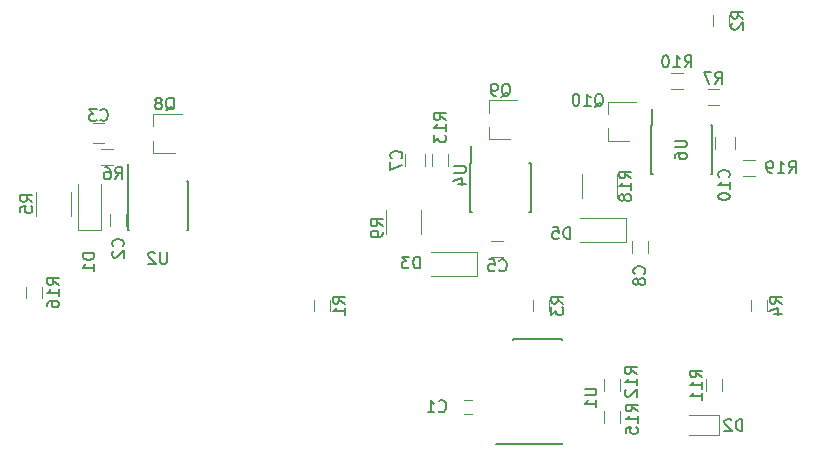
<source format=gbo>
G04 #@! TF.FileFunction,Legend,Bot*
%FSLAX46Y46*%
G04 Gerber Fmt 4.6, Leading zero omitted, Abs format (unit mm)*
G04 Created by KiCad (PCBNEW 4.0.7) date Mon Jul  2 20:53:10 2018*
%MOMM*%
%LPD*%
G01*
G04 APERTURE LIST*
%ADD10C,0.100000*%
%ADD11C,0.120000*%
%ADD12C,0.150000*%
G04 APERTURE END LIST*
D10*
D11*
X207220000Y-54086000D02*
X207220000Y-52086000D01*
X204260000Y-52086000D02*
X204260000Y-54086000D01*
D12*
X212020300Y-51148300D02*
X212070300Y-51148300D01*
X212020300Y-55298300D02*
X212165300Y-55298300D01*
X217170300Y-55298300D02*
X217025300Y-55298300D01*
X217170300Y-51148300D02*
X217025300Y-51148300D01*
X212020300Y-51148300D02*
X212020300Y-55298300D01*
X217170300Y-51148300D02*
X217170300Y-55298300D01*
X212070300Y-51148300D02*
X212070300Y-49748300D01*
D11*
X240500000Y-70875000D02*
X241200000Y-70875000D01*
X241200000Y-69675000D02*
X240500000Y-69675000D01*
X210562500Y-53993300D02*
X210562500Y-54993300D01*
X211922500Y-54993300D02*
X211922500Y-53993300D01*
X243832000Y-56216000D02*
X242832000Y-56216000D01*
X242832000Y-57576000D02*
X243832000Y-57576000D01*
X256077000Y-57269000D02*
X256077000Y-56269000D01*
X254717000Y-56269000D02*
X254717000Y-57269000D01*
X216611000Y-45490000D02*
X214211000Y-45490000D01*
X214211000Y-45490000D02*
X214211000Y-46540000D01*
X216011000Y-48790000D02*
X214211000Y-48790000D01*
X214211000Y-48790000D02*
X214211000Y-47740000D01*
X245036000Y-44324000D02*
X242636000Y-44324000D01*
X242636000Y-44324000D02*
X242636000Y-45374000D01*
X244436000Y-47624000D02*
X242636000Y-47624000D01*
X242636000Y-47624000D02*
X242636000Y-46574000D01*
X255069000Y-44451000D02*
X252669000Y-44451000D01*
X252669000Y-44451000D02*
X252669000Y-45501000D01*
X254469000Y-47751000D02*
X252669000Y-47751000D01*
X252669000Y-47751000D02*
X252669000Y-46701000D01*
X227820000Y-61200000D02*
X227820000Y-62200000D01*
X229180000Y-62200000D02*
X229180000Y-61200000D01*
X261570000Y-37075000D02*
X261570000Y-38075000D01*
X262930000Y-38075000D02*
X262930000Y-37075000D01*
X246320000Y-61200000D02*
X246320000Y-62200000D01*
X247680000Y-62200000D02*
X247680000Y-61200000D01*
X264820000Y-61200000D02*
X264820000Y-62200000D01*
X266180000Y-62200000D02*
X266180000Y-61200000D01*
X210812000Y-48469000D02*
X209812000Y-48469000D01*
X209812000Y-49829000D02*
X210812000Y-49829000D01*
X261125000Y-44730000D02*
X262125000Y-44730000D01*
X262125000Y-43370000D02*
X261125000Y-43370000D01*
X258050000Y-43355000D02*
X259050000Y-43355000D01*
X259050000Y-41995000D02*
X258050000Y-41995000D01*
X237826000Y-48903000D02*
X237826000Y-49903000D01*
X239186000Y-49903000D02*
X239186000Y-48903000D01*
X204780000Y-61100000D02*
X204780000Y-60100000D01*
X203420000Y-60100000D02*
X203420000Y-61100000D01*
X264168000Y-50718000D02*
X265168000Y-50718000D01*
X265168000Y-49358000D02*
X264168000Y-49358000D01*
D12*
X244625000Y-73450000D02*
X244625000Y-73425000D01*
X248775000Y-73450000D02*
X248775000Y-73335000D01*
X248775000Y-64550000D02*
X248775000Y-64665000D01*
X244625000Y-64550000D02*
X244625000Y-64665000D01*
X244625000Y-73450000D02*
X248775000Y-73450000D01*
X244625000Y-64550000D02*
X248775000Y-64550000D01*
X244625000Y-73425000D02*
X243250000Y-73425000D01*
X241011000Y-49614000D02*
X241061000Y-49614000D01*
X241011000Y-53764000D02*
X241156000Y-53764000D01*
X246161000Y-53764000D02*
X246016000Y-53764000D01*
X246161000Y-49614000D02*
X246016000Y-49614000D01*
X241011000Y-49614000D02*
X241011000Y-53764000D01*
X246161000Y-49614000D02*
X246161000Y-53764000D01*
X241061000Y-49614000D02*
X241061000Y-48214000D01*
X256378000Y-46439000D02*
X256428000Y-46439000D01*
X256378000Y-50589000D02*
X256523000Y-50589000D01*
X261528000Y-50589000D02*
X261383000Y-50589000D01*
X261528000Y-46439000D02*
X261383000Y-46439000D01*
X256378000Y-46439000D02*
X256378000Y-50589000D01*
X261528000Y-46439000D02*
X261528000Y-50589000D01*
X256428000Y-46439000D02*
X256428000Y-45039000D01*
D11*
X209788000Y-55286000D02*
X207788000Y-55286000D01*
X207788000Y-55286000D02*
X207788000Y-51436000D01*
X209788000Y-55286000D02*
X209788000Y-51436000D01*
X241595000Y-57166000D02*
X241595000Y-59166000D01*
X241595000Y-59166000D02*
X237745000Y-59166000D01*
X241595000Y-57166000D02*
X237745000Y-57166000D01*
X254200000Y-54325000D02*
X254200000Y-56325000D01*
X254200000Y-56325000D02*
X250350000Y-56325000D01*
X254200000Y-54325000D02*
X250350000Y-54325000D01*
X233895000Y-53623000D02*
X233895000Y-55623000D01*
X236855000Y-55623000D02*
X236855000Y-53623000D01*
X250470000Y-50575000D02*
X250470000Y-52575000D01*
X253430000Y-52575000D02*
X253430000Y-50575000D01*
X262330000Y-68925000D02*
X262330000Y-67925000D01*
X260970000Y-67925000D02*
X260970000Y-68925000D01*
X253705000Y-68925000D02*
X253705000Y-67925000D01*
X252345000Y-67925000D02*
X252345000Y-68925000D01*
X253705000Y-71625000D02*
X253705000Y-70625000D01*
X252345000Y-70625000D02*
X252345000Y-71625000D01*
X262104000Y-71006600D02*
X262104000Y-72706600D01*
X262104000Y-72706600D02*
X259554000Y-72706600D01*
X262104000Y-71006600D02*
X259554000Y-71006600D01*
X209062700Y-46279700D02*
X210062700Y-46279700D01*
X210062700Y-47979700D02*
X209062700Y-47979700D01*
X235471600Y-49903000D02*
X235471600Y-48903000D01*
X237171600Y-48903000D02*
X237171600Y-49903000D01*
X263447900Y-47455200D02*
X263447900Y-48455200D01*
X261747900Y-48455200D02*
X261747900Y-47455200D01*
D12*
X203942381Y-52919334D02*
X203466190Y-52586000D01*
X203942381Y-52347905D02*
X202942381Y-52347905D01*
X202942381Y-52728858D01*
X202990000Y-52824096D01*
X203037619Y-52871715D01*
X203132857Y-52919334D01*
X203275714Y-52919334D01*
X203370952Y-52871715D01*
X203418571Y-52824096D01*
X203466190Y-52728858D01*
X203466190Y-52347905D01*
X202942381Y-53824096D02*
X202942381Y-53347905D01*
X203418571Y-53300286D01*
X203370952Y-53347905D01*
X203323333Y-53443143D01*
X203323333Y-53681239D01*
X203370952Y-53776477D01*
X203418571Y-53824096D01*
X203513810Y-53871715D01*
X203751905Y-53871715D01*
X203847143Y-53824096D01*
X203894762Y-53776477D01*
X203942381Y-53681239D01*
X203942381Y-53443143D01*
X203894762Y-53347905D01*
X203847143Y-53300286D01*
X215341105Y-57173881D02*
X215341105Y-57983405D01*
X215293486Y-58078643D01*
X215245867Y-58126262D01*
X215150629Y-58173881D01*
X214960152Y-58173881D01*
X214864914Y-58126262D01*
X214817295Y-58078643D01*
X214769676Y-57983405D01*
X214769676Y-57173881D01*
X214341105Y-57269119D02*
X214293486Y-57221500D01*
X214198248Y-57173881D01*
X213960152Y-57173881D01*
X213864914Y-57221500D01*
X213817295Y-57269119D01*
X213769676Y-57364357D01*
X213769676Y-57459595D01*
X213817295Y-57602452D01*
X214388724Y-58173881D01*
X213769676Y-58173881D01*
X238375066Y-70632143D02*
X238422685Y-70679762D01*
X238565542Y-70727381D01*
X238660780Y-70727381D01*
X238803638Y-70679762D01*
X238898876Y-70584524D01*
X238946495Y-70489286D01*
X238994114Y-70298810D01*
X238994114Y-70155952D01*
X238946495Y-69965476D01*
X238898876Y-69870238D01*
X238803638Y-69775000D01*
X238660780Y-69727381D01*
X238565542Y-69727381D01*
X238422685Y-69775000D01*
X238375066Y-69822619D01*
X237422685Y-70727381D02*
X237994114Y-70727381D01*
X237708400Y-70727381D02*
X237708400Y-69727381D01*
X237803638Y-69870238D01*
X237898876Y-69965476D01*
X237994114Y-70013095D01*
X211608943Y-56703934D02*
X211656562Y-56656315D01*
X211704181Y-56513458D01*
X211704181Y-56418220D01*
X211656562Y-56275362D01*
X211561324Y-56180124D01*
X211466086Y-56132505D01*
X211275610Y-56084886D01*
X211132752Y-56084886D01*
X210942276Y-56132505D01*
X210847038Y-56180124D01*
X210751800Y-56275362D01*
X210704181Y-56418220D01*
X210704181Y-56513458D01*
X210751800Y-56656315D01*
X210799419Y-56703934D01*
X210799419Y-57084886D02*
X210751800Y-57132505D01*
X210704181Y-57227743D01*
X210704181Y-57465839D01*
X210751800Y-57561077D01*
X210799419Y-57608696D01*
X210894657Y-57656315D01*
X210989895Y-57656315D01*
X211132752Y-57608696D01*
X211704181Y-57037267D01*
X211704181Y-57656315D01*
X243498666Y-58703143D02*
X243546285Y-58750762D01*
X243689142Y-58798381D01*
X243784380Y-58798381D01*
X243927238Y-58750762D01*
X244022476Y-58655524D01*
X244070095Y-58560286D01*
X244117714Y-58369810D01*
X244117714Y-58226952D01*
X244070095Y-58036476D01*
X244022476Y-57941238D01*
X243927238Y-57846000D01*
X243784380Y-57798381D01*
X243689142Y-57798381D01*
X243546285Y-57846000D01*
X243498666Y-57893619D01*
X242593904Y-57798381D02*
X243070095Y-57798381D01*
X243117714Y-58274571D01*
X243070095Y-58226952D01*
X242974857Y-58179333D01*
X242736761Y-58179333D01*
X242641523Y-58226952D01*
X242593904Y-58274571D01*
X242546285Y-58369810D01*
X242546285Y-58607905D01*
X242593904Y-58703143D01*
X242641523Y-58750762D01*
X242736761Y-58798381D01*
X242974857Y-58798381D01*
X243070095Y-58750762D01*
X243117714Y-58703143D01*
X255754143Y-59015334D02*
X255801762Y-58967715D01*
X255849381Y-58824858D01*
X255849381Y-58729620D01*
X255801762Y-58586762D01*
X255706524Y-58491524D01*
X255611286Y-58443905D01*
X255420810Y-58396286D01*
X255277952Y-58396286D01*
X255087476Y-58443905D01*
X254992238Y-58491524D01*
X254897000Y-58586762D01*
X254849381Y-58729620D01*
X254849381Y-58824858D01*
X254897000Y-58967715D01*
X254944619Y-59015334D01*
X255277952Y-59586762D02*
X255230333Y-59491524D01*
X255182714Y-59443905D01*
X255087476Y-59396286D01*
X255039857Y-59396286D01*
X254944619Y-59443905D01*
X254897000Y-59491524D01*
X254849381Y-59586762D01*
X254849381Y-59777239D01*
X254897000Y-59872477D01*
X254944619Y-59920096D01*
X255039857Y-59967715D01*
X255087476Y-59967715D01*
X255182714Y-59920096D01*
X255230333Y-59872477D01*
X255277952Y-59777239D01*
X255277952Y-59586762D01*
X255325571Y-59491524D01*
X255373190Y-59443905D01*
X255468429Y-59396286D01*
X255658905Y-59396286D01*
X255754143Y-59443905D01*
X255801762Y-59491524D01*
X255849381Y-59586762D01*
X255849381Y-59777239D01*
X255801762Y-59872477D01*
X255754143Y-59920096D01*
X255658905Y-59967715D01*
X255468429Y-59967715D01*
X255373190Y-59920096D01*
X255325571Y-59872477D01*
X255277952Y-59777239D01*
X215256238Y-45187619D02*
X215351476Y-45140000D01*
X215446714Y-45044762D01*
X215589571Y-44901905D01*
X215684810Y-44854286D01*
X215780048Y-44854286D01*
X215732429Y-45092381D02*
X215827667Y-45044762D01*
X215922905Y-44949524D01*
X215970524Y-44759048D01*
X215970524Y-44425714D01*
X215922905Y-44235238D01*
X215827667Y-44140000D01*
X215732429Y-44092381D01*
X215541952Y-44092381D01*
X215446714Y-44140000D01*
X215351476Y-44235238D01*
X215303857Y-44425714D01*
X215303857Y-44759048D01*
X215351476Y-44949524D01*
X215446714Y-45044762D01*
X215541952Y-45092381D01*
X215732429Y-45092381D01*
X214732429Y-44520952D02*
X214827667Y-44473333D01*
X214875286Y-44425714D01*
X214922905Y-44330476D01*
X214922905Y-44282857D01*
X214875286Y-44187619D01*
X214827667Y-44140000D01*
X214732429Y-44092381D01*
X214541952Y-44092381D01*
X214446714Y-44140000D01*
X214399095Y-44187619D01*
X214351476Y-44282857D01*
X214351476Y-44330476D01*
X214399095Y-44425714D01*
X214446714Y-44473333D01*
X214541952Y-44520952D01*
X214732429Y-44520952D01*
X214827667Y-44568571D01*
X214875286Y-44616190D01*
X214922905Y-44711429D01*
X214922905Y-44901905D01*
X214875286Y-44997143D01*
X214827667Y-45044762D01*
X214732429Y-45092381D01*
X214541952Y-45092381D01*
X214446714Y-45044762D01*
X214399095Y-44997143D01*
X214351476Y-44901905D01*
X214351476Y-44711429D01*
X214399095Y-44616190D01*
X214446714Y-44568571D01*
X214541952Y-44520952D01*
X243681238Y-44021619D02*
X243776476Y-43974000D01*
X243871714Y-43878762D01*
X244014571Y-43735905D01*
X244109810Y-43688286D01*
X244205048Y-43688286D01*
X244157429Y-43926381D02*
X244252667Y-43878762D01*
X244347905Y-43783524D01*
X244395524Y-43593048D01*
X244395524Y-43259714D01*
X244347905Y-43069238D01*
X244252667Y-42974000D01*
X244157429Y-42926381D01*
X243966952Y-42926381D01*
X243871714Y-42974000D01*
X243776476Y-43069238D01*
X243728857Y-43259714D01*
X243728857Y-43593048D01*
X243776476Y-43783524D01*
X243871714Y-43878762D01*
X243966952Y-43926381D01*
X244157429Y-43926381D01*
X243252667Y-43926381D02*
X243062191Y-43926381D01*
X242966952Y-43878762D01*
X242919333Y-43831143D01*
X242824095Y-43688286D01*
X242776476Y-43497810D01*
X242776476Y-43116857D01*
X242824095Y-43021619D01*
X242871714Y-42974000D01*
X242966952Y-42926381D01*
X243157429Y-42926381D01*
X243252667Y-42974000D01*
X243300286Y-43021619D01*
X243347905Y-43116857D01*
X243347905Y-43354952D01*
X243300286Y-43450190D01*
X243252667Y-43497810D01*
X243157429Y-43545429D01*
X242966952Y-43545429D01*
X242871714Y-43497810D01*
X242824095Y-43450190D01*
X242776476Y-43354952D01*
X251565528Y-44883619D02*
X251660766Y-44836000D01*
X251756004Y-44740762D01*
X251898861Y-44597905D01*
X251994100Y-44550286D01*
X252089338Y-44550286D01*
X252041719Y-44788381D02*
X252136957Y-44740762D01*
X252232195Y-44645524D01*
X252279814Y-44455048D01*
X252279814Y-44121714D01*
X252232195Y-43931238D01*
X252136957Y-43836000D01*
X252041719Y-43788381D01*
X251851242Y-43788381D01*
X251756004Y-43836000D01*
X251660766Y-43931238D01*
X251613147Y-44121714D01*
X251613147Y-44455048D01*
X251660766Y-44645524D01*
X251756004Y-44740762D01*
X251851242Y-44788381D01*
X252041719Y-44788381D01*
X250660766Y-44788381D02*
X251232195Y-44788381D01*
X250946481Y-44788381D02*
X250946481Y-43788381D01*
X251041719Y-43931238D01*
X251136957Y-44026476D01*
X251232195Y-44074095D01*
X250041719Y-43788381D02*
X249946480Y-43788381D01*
X249851242Y-43836000D01*
X249803623Y-43883619D01*
X249756004Y-43978857D01*
X249708385Y-44169333D01*
X249708385Y-44407429D01*
X249756004Y-44597905D01*
X249803623Y-44693143D01*
X249851242Y-44740762D01*
X249946480Y-44788381D01*
X250041719Y-44788381D01*
X250136957Y-44740762D01*
X250184576Y-44693143D01*
X250232195Y-44597905D01*
X250279814Y-44407429D01*
X250279814Y-44169333D01*
X250232195Y-43978857D01*
X250184576Y-43883619D01*
X250136957Y-43836000D01*
X250041719Y-43788381D01*
X230402381Y-61533334D02*
X229926190Y-61200000D01*
X230402381Y-60961905D02*
X229402381Y-60961905D01*
X229402381Y-61342858D01*
X229450000Y-61438096D01*
X229497619Y-61485715D01*
X229592857Y-61533334D01*
X229735714Y-61533334D01*
X229830952Y-61485715D01*
X229878571Y-61438096D01*
X229926190Y-61342858D01*
X229926190Y-60961905D01*
X230402381Y-62485715D02*
X230402381Y-61914286D01*
X230402381Y-62200000D02*
X229402381Y-62200000D01*
X229545238Y-62104762D01*
X229640476Y-62009524D01*
X229688095Y-61914286D01*
X264152381Y-37408334D02*
X263676190Y-37075000D01*
X264152381Y-36836905D02*
X263152381Y-36836905D01*
X263152381Y-37217858D01*
X263200000Y-37313096D01*
X263247619Y-37360715D01*
X263342857Y-37408334D01*
X263485714Y-37408334D01*
X263580952Y-37360715D01*
X263628571Y-37313096D01*
X263676190Y-37217858D01*
X263676190Y-36836905D01*
X263247619Y-37789286D02*
X263200000Y-37836905D01*
X263152381Y-37932143D01*
X263152381Y-38170239D01*
X263200000Y-38265477D01*
X263247619Y-38313096D01*
X263342857Y-38360715D01*
X263438095Y-38360715D01*
X263580952Y-38313096D01*
X264152381Y-37741667D01*
X264152381Y-38360715D01*
X248902381Y-61533334D02*
X248426190Y-61200000D01*
X248902381Y-60961905D02*
X247902381Y-60961905D01*
X247902381Y-61342858D01*
X247950000Y-61438096D01*
X247997619Y-61485715D01*
X248092857Y-61533334D01*
X248235714Y-61533334D01*
X248330952Y-61485715D01*
X248378571Y-61438096D01*
X248426190Y-61342858D01*
X248426190Y-60961905D01*
X247902381Y-61866667D02*
X247902381Y-62485715D01*
X248283333Y-62152381D01*
X248283333Y-62295239D01*
X248330952Y-62390477D01*
X248378571Y-62438096D01*
X248473810Y-62485715D01*
X248711905Y-62485715D01*
X248807143Y-62438096D01*
X248854762Y-62390477D01*
X248902381Y-62295239D01*
X248902381Y-62009524D01*
X248854762Y-61914286D01*
X248807143Y-61866667D01*
X267402381Y-61533334D02*
X266926190Y-61200000D01*
X267402381Y-60961905D02*
X266402381Y-60961905D01*
X266402381Y-61342858D01*
X266450000Y-61438096D01*
X266497619Y-61485715D01*
X266592857Y-61533334D01*
X266735714Y-61533334D01*
X266830952Y-61485715D01*
X266878571Y-61438096D01*
X266926190Y-61342858D01*
X266926190Y-60961905D01*
X266735714Y-62390477D02*
X267402381Y-62390477D01*
X266354762Y-62152381D02*
X267069048Y-61914286D01*
X267069048Y-62533334D01*
X210973966Y-50998381D02*
X211307300Y-50522190D01*
X211545395Y-50998381D02*
X211545395Y-49998381D01*
X211164442Y-49998381D01*
X211069204Y-50046000D01*
X211021585Y-50093619D01*
X210973966Y-50188857D01*
X210973966Y-50331714D01*
X211021585Y-50426952D01*
X211069204Y-50474571D01*
X211164442Y-50522190D01*
X211545395Y-50522190D01*
X210116823Y-49998381D02*
X210307300Y-49998381D01*
X210402538Y-50046000D01*
X210450157Y-50093619D01*
X210545395Y-50236476D01*
X210593014Y-50426952D01*
X210593014Y-50807905D01*
X210545395Y-50903143D01*
X210497776Y-50950762D01*
X210402538Y-50998381D01*
X210212061Y-50998381D01*
X210116823Y-50950762D01*
X210069204Y-50903143D01*
X210021585Y-50807905D01*
X210021585Y-50569810D01*
X210069204Y-50474571D01*
X210116823Y-50426952D01*
X210212061Y-50379333D01*
X210402538Y-50379333D01*
X210497776Y-50426952D01*
X210545395Y-50474571D01*
X210593014Y-50569810D01*
X261791666Y-42927381D02*
X262125000Y-42451190D01*
X262363095Y-42927381D02*
X262363095Y-41927381D01*
X261982142Y-41927381D01*
X261886904Y-41975000D01*
X261839285Y-42022619D01*
X261791666Y-42117857D01*
X261791666Y-42260714D01*
X261839285Y-42355952D01*
X261886904Y-42403571D01*
X261982142Y-42451190D01*
X262363095Y-42451190D01*
X261458333Y-41927381D02*
X260791666Y-41927381D01*
X261220238Y-42927381D01*
X259192857Y-41527381D02*
X259526191Y-41051190D01*
X259764286Y-41527381D02*
X259764286Y-40527381D01*
X259383333Y-40527381D01*
X259288095Y-40575000D01*
X259240476Y-40622619D01*
X259192857Y-40717857D01*
X259192857Y-40860714D01*
X259240476Y-40955952D01*
X259288095Y-41003571D01*
X259383333Y-41051190D01*
X259764286Y-41051190D01*
X258240476Y-41527381D02*
X258811905Y-41527381D01*
X258526191Y-41527381D02*
X258526191Y-40527381D01*
X258621429Y-40670238D01*
X258716667Y-40765476D01*
X258811905Y-40813095D01*
X257621429Y-40527381D02*
X257526190Y-40527381D01*
X257430952Y-40575000D01*
X257383333Y-40622619D01*
X257335714Y-40717857D01*
X257288095Y-40908333D01*
X257288095Y-41146429D01*
X257335714Y-41336905D01*
X257383333Y-41432143D01*
X257430952Y-41479762D01*
X257526190Y-41527381D01*
X257621429Y-41527381D01*
X257716667Y-41479762D01*
X257764286Y-41432143D01*
X257811905Y-41336905D01*
X257859524Y-41146429D01*
X257859524Y-40908333D01*
X257811905Y-40717857D01*
X257764286Y-40622619D01*
X257716667Y-40575000D01*
X257621429Y-40527381D01*
X238958381Y-45966143D02*
X238482190Y-45632809D01*
X238958381Y-45394714D02*
X237958381Y-45394714D01*
X237958381Y-45775667D01*
X238006000Y-45870905D01*
X238053619Y-45918524D01*
X238148857Y-45966143D01*
X238291714Y-45966143D01*
X238386952Y-45918524D01*
X238434571Y-45870905D01*
X238482190Y-45775667D01*
X238482190Y-45394714D01*
X238958381Y-46918524D02*
X238958381Y-46347095D01*
X238958381Y-46632809D02*
X237958381Y-46632809D01*
X238101238Y-46537571D01*
X238196476Y-46442333D01*
X238244095Y-46347095D01*
X237958381Y-47251857D02*
X237958381Y-47870905D01*
X238339333Y-47537571D01*
X238339333Y-47680429D01*
X238386952Y-47775667D01*
X238434571Y-47823286D01*
X238529810Y-47870905D01*
X238767905Y-47870905D01*
X238863143Y-47823286D01*
X238910762Y-47775667D01*
X238958381Y-47680429D01*
X238958381Y-47394714D01*
X238910762Y-47299476D01*
X238863143Y-47251857D01*
X206203381Y-59957143D02*
X205727190Y-59623809D01*
X206203381Y-59385714D02*
X205203381Y-59385714D01*
X205203381Y-59766667D01*
X205251000Y-59861905D01*
X205298619Y-59909524D01*
X205393857Y-59957143D01*
X205536714Y-59957143D01*
X205631952Y-59909524D01*
X205679571Y-59861905D01*
X205727190Y-59766667D01*
X205727190Y-59385714D01*
X206203381Y-60909524D02*
X206203381Y-60338095D01*
X206203381Y-60623809D02*
X205203381Y-60623809D01*
X205346238Y-60528571D01*
X205441476Y-60433333D01*
X205489095Y-60338095D01*
X205203381Y-61766667D02*
X205203381Y-61576190D01*
X205251000Y-61480952D01*
X205298619Y-61433333D01*
X205441476Y-61338095D01*
X205631952Y-61290476D01*
X206012905Y-61290476D01*
X206108143Y-61338095D01*
X206155762Y-61385714D01*
X206203381Y-61480952D01*
X206203381Y-61671429D01*
X206155762Y-61766667D01*
X206108143Y-61814286D01*
X206012905Y-61861905D01*
X205774810Y-61861905D01*
X205679571Y-61814286D01*
X205631952Y-61766667D01*
X205584333Y-61671429D01*
X205584333Y-61480952D01*
X205631952Y-61385714D01*
X205679571Y-61338095D01*
X205774810Y-61290476D01*
X268015957Y-50464981D02*
X268349291Y-49988790D01*
X268587386Y-50464981D02*
X268587386Y-49464981D01*
X268206433Y-49464981D01*
X268111195Y-49512600D01*
X268063576Y-49560219D01*
X268015957Y-49655457D01*
X268015957Y-49798314D01*
X268063576Y-49893552D01*
X268111195Y-49941171D01*
X268206433Y-49988790D01*
X268587386Y-49988790D01*
X267063576Y-50464981D02*
X267635005Y-50464981D01*
X267349291Y-50464981D02*
X267349291Y-49464981D01*
X267444529Y-49607838D01*
X267539767Y-49703076D01*
X267635005Y-49750695D01*
X266587386Y-50464981D02*
X266396910Y-50464981D01*
X266301671Y-50417362D01*
X266254052Y-50369743D01*
X266158814Y-50226886D01*
X266111195Y-50036410D01*
X266111195Y-49655457D01*
X266158814Y-49560219D01*
X266206433Y-49512600D01*
X266301671Y-49464981D01*
X266492148Y-49464981D01*
X266587386Y-49512600D01*
X266635005Y-49560219D01*
X266682624Y-49655457D01*
X266682624Y-49893552D01*
X266635005Y-49988790D01*
X266587386Y-50036410D01*
X266492148Y-50084029D01*
X266301671Y-50084029D01*
X266206433Y-50036410D01*
X266158814Y-49988790D01*
X266111195Y-49893552D01*
X250716081Y-68736795D02*
X251525605Y-68736795D01*
X251620843Y-68784414D01*
X251668462Y-68832033D01*
X251716081Y-68927271D01*
X251716081Y-69117748D01*
X251668462Y-69212986D01*
X251620843Y-69260605D01*
X251525605Y-69308224D01*
X250716081Y-69308224D01*
X251716081Y-70308224D02*
X251716081Y-69736795D01*
X251716081Y-70022509D02*
X250716081Y-70022509D01*
X250858938Y-69927271D01*
X250954176Y-69832033D01*
X251001795Y-69736795D01*
X239660081Y-49898995D02*
X240469605Y-49898995D01*
X240564843Y-49946614D01*
X240612462Y-49994233D01*
X240660081Y-50089471D01*
X240660081Y-50279948D01*
X240612462Y-50375186D01*
X240564843Y-50422805D01*
X240469605Y-50470424D01*
X239660081Y-50470424D01*
X239993414Y-51375186D02*
X240660081Y-51375186D01*
X239612462Y-51137090D02*
X240326748Y-50898995D01*
X240326748Y-51518043D01*
X258354581Y-47752095D02*
X259164105Y-47752095D01*
X259259343Y-47799714D01*
X259306962Y-47847333D01*
X259354581Y-47942571D01*
X259354581Y-48133048D01*
X259306962Y-48228286D01*
X259259343Y-48275905D01*
X259164105Y-48323524D01*
X258354581Y-48323524D01*
X258354581Y-49228286D02*
X258354581Y-49037809D01*
X258402200Y-48942571D01*
X258449819Y-48894952D01*
X258592676Y-48799714D01*
X258783152Y-48752095D01*
X259164105Y-48752095D01*
X259259343Y-48799714D01*
X259306962Y-48847333D01*
X259354581Y-48942571D01*
X259354581Y-49133048D01*
X259306962Y-49228286D01*
X259259343Y-49275905D01*
X259164105Y-49323524D01*
X258926010Y-49323524D01*
X258830771Y-49275905D01*
X258783152Y-49228286D01*
X258735533Y-49133048D01*
X258735533Y-48942571D01*
X258783152Y-48847333D01*
X258830771Y-48799714D01*
X258926010Y-48752095D01*
X209214981Y-57250105D02*
X208214981Y-57250105D01*
X208214981Y-57488200D01*
X208262600Y-57631058D01*
X208357838Y-57726296D01*
X208453076Y-57773915D01*
X208643552Y-57821534D01*
X208786410Y-57821534D01*
X208976886Y-57773915D01*
X209072124Y-57726296D01*
X209167362Y-57631058D01*
X209214981Y-57488200D01*
X209214981Y-57250105D01*
X209214981Y-58773915D02*
X209214981Y-58202486D01*
X209214981Y-58488200D02*
X208214981Y-58488200D01*
X208357838Y-58392962D01*
X208453076Y-58297724D01*
X208500695Y-58202486D01*
X236758095Y-58568381D02*
X236758095Y-57568381D01*
X236520000Y-57568381D01*
X236377142Y-57616000D01*
X236281904Y-57711238D01*
X236234285Y-57806476D01*
X236186666Y-57996952D01*
X236186666Y-58139810D01*
X236234285Y-58330286D01*
X236281904Y-58425524D01*
X236377142Y-58520762D01*
X236520000Y-58568381D01*
X236758095Y-58568381D01*
X235853333Y-57568381D02*
X235234285Y-57568381D01*
X235567619Y-57949333D01*
X235424761Y-57949333D01*
X235329523Y-57996952D01*
X235281904Y-58044571D01*
X235234285Y-58139810D01*
X235234285Y-58377905D01*
X235281904Y-58473143D01*
X235329523Y-58520762D01*
X235424761Y-58568381D01*
X235710476Y-58568381D01*
X235805714Y-58520762D01*
X235853333Y-58473143D01*
X249488095Y-56052381D02*
X249488095Y-55052381D01*
X249250000Y-55052381D01*
X249107142Y-55100000D01*
X249011904Y-55195238D01*
X248964285Y-55290476D01*
X248916666Y-55480952D01*
X248916666Y-55623810D01*
X248964285Y-55814286D01*
X249011904Y-55909524D01*
X249107142Y-56004762D01*
X249250000Y-56052381D01*
X249488095Y-56052381D01*
X248011904Y-55052381D02*
X248488095Y-55052381D01*
X248535714Y-55528571D01*
X248488095Y-55480952D01*
X248392857Y-55433333D01*
X248154761Y-55433333D01*
X248059523Y-55480952D01*
X248011904Y-55528571D01*
X247964285Y-55623810D01*
X247964285Y-55861905D01*
X248011904Y-55957143D01*
X248059523Y-56004762D01*
X248154761Y-56052381D01*
X248392857Y-56052381D01*
X248488095Y-56004762D01*
X248535714Y-55957143D01*
X233627381Y-54981334D02*
X233151190Y-54648000D01*
X233627381Y-54409905D02*
X232627381Y-54409905D01*
X232627381Y-54790858D01*
X232675000Y-54886096D01*
X232722619Y-54933715D01*
X232817857Y-54981334D01*
X232960714Y-54981334D01*
X233055952Y-54933715D01*
X233103571Y-54886096D01*
X233151190Y-54790858D01*
X233151190Y-54409905D01*
X233627381Y-55457524D02*
X233627381Y-55648000D01*
X233579762Y-55743239D01*
X233532143Y-55790858D01*
X233389286Y-55886096D01*
X233198810Y-55933715D01*
X232817857Y-55933715D01*
X232722619Y-55886096D01*
X232675000Y-55838477D01*
X232627381Y-55743239D01*
X232627381Y-55552762D01*
X232675000Y-55457524D01*
X232722619Y-55409905D01*
X232817857Y-55362286D01*
X233055952Y-55362286D01*
X233151190Y-55409905D01*
X233198810Y-55457524D01*
X233246429Y-55552762D01*
X233246429Y-55743239D01*
X233198810Y-55838477D01*
X233151190Y-55886096D01*
X233055952Y-55933715D01*
X254652381Y-50932143D02*
X254176190Y-50598809D01*
X254652381Y-50360714D02*
X253652381Y-50360714D01*
X253652381Y-50741667D01*
X253700000Y-50836905D01*
X253747619Y-50884524D01*
X253842857Y-50932143D01*
X253985714Y-50932143D01*
X254080952Y-50884524D01*
X254128571Y-50836905D01*
X254176190Y-50741667D01*
X254176190Y-50360714D01*
X254652381Y-51884524D02*
X254652381Y-51313095D01*
X254652381Y-51598809D02*
X253652381Y-51598809D01*
X253795238Y-51503571D01*
X253890476Y-51408333D01*
X253938095Y-51313095D01*
X254080952Y-52455952D02*
X254033333Y-52360714D01*
X253985714Y-52313095D01*
X253890476Y-52265476D01*
X253842857Y-52265476D01*
X253747619Y-52313095D01*
X253700000Y-52360714D01*
X253652381Y-52455952D01*
X253652381Y-52646429D01*
X253700000Y-52741667D01*
X253747619Y-52789286D01*
X253842857Y-52836905D01*
X253890476Y-52836905D01*
X253985714Y-52789286D01*
X254033333Y-52741667D01*
X254080952Y-52646429D01*
X254080952Y-52455952D01*
X254128571Y-52360714D01*
X254176190Y-52313095D01*
X254271429Y-52265476D01*
X254461905Y-52265476D01*
X254557143Y-52313095D01*
X254604762Y-52360714D01*
X254652381Y-52455952D01*
X254652381Y-52646429D01*
X254604762Y-52741667D01*
X254557143Y-52789286D01*
X254461905Y-52836905D01*
X254271429Y-52836905D01*
X254176190Y-52789286D01*
X254128571Y-52741667D01*
X254080952Y-52646429D01*
X260652381Y-67782143D02*
X260176190Y-67448809D01*
X260652381Y-67210714D02*
X259652381Y-67210714D01*
X259652381Y-67591667D01*
X259700000Y-67686905D01*
X259747619Y-67734524D01*
X259842857Y-67782143D01*
X259985714Y-67782143D01*
X260080952Y-67734524D01*
X260128571Y-67686905D01*
X260176190Y-67591667D01*
X260176190Y-67210714D01*
X260652381Y-68734524D02*
X260652381Y-68163095D01*
X260652381Y-68448809D02*
X259652381Y-68448809D01*
X259795238Y-68353571D01*
X259890476Y-68258333D01*
X259938095Y-68163095D01*
X260652381Y-69686905D02*
X260652381Y-69115476D01*
X260652381Y-69401190D02*
X259652381Y-69401190D01*
X259795238Y-69305952D01*
X259890476Y-69210714D01*
X259938095Y-69115476D01*
X255127381Y-67507143D02*
X254651190Y-67173809D01*
X255127381Y-66935714D02*
X254127381Y-66935714D01*
X254127381Y-67316667D01*
X254175000Y-67411905D01*
X254222619Y-67459524D01*
X254317857Y-67507143D01*
X254460714Y-67507143D01*
X254555952Y-67459524D01*
X254603571Y-67411905D01*
X254651190Y-67316667D01*
X254651190Y-66935714D01*
X255127381Y-68459524D02*
X255127381Y-67888095D01*
X255127381Y-68173809D02*
X254127381Y-68173809D01*
X254270238Y-68078571D01*
X254365476Y-67983333D01*
X254413095Y-67888095D01*
X254222619Y-68840476D02*
X254175000Y-68888095D01*
X254127381Y-68983333D01*
X254127381Y-69221429D01*
X254175000Y-69316667D01*
X254222619Y-69364286D01*
X254317857Y-69411905D01*
X254413095Y-69411905D01*
X254555952Y-69364286D01*
X255127381Y-68792857D01*
X255127381Y-69411905D01*
X255202381Y-70657143D02*
X254726190Y-70323809D01*
X255202381Y-70085714D02*
X254202381Y-70085714D01*
X254202381Y-70466667D01*
X254250000Y-70561905D01*
X254297619Y-70609524D01*
X254392857Y-70657143D01*
X254535714Y-70657143D01*
X254630952Y-70609524D01*
X254678571Y-70561905D01*
X254726190Y-70466667D01*
X254726190Y-70085714D01*
X255202381Y-71609524D02*
X255202381Y-71038095D01*
X255202381Y-71323809D02*
X254202381Y-71323809D01*
X254345238Y-71228571D01*
X254440476Y-71133333D01*
X254488095Y-71038095D01*
X254202381Y-72514286D02*
X254202381Y-72038095D01*
X254678571Y-71990476D01*
X254630952Y-72038095D01*
X254583333Y-72133333D01*
X254583333Y-72371429D01*
X254630952Y-72466667D01*
X254678571Y-72514286D01*
X254773810Y-72561905D01*
X255011905Y-72561905D01*
X255107143Y-72514286D01*
X255154762Y-72466667D01*
X255202381Y-72371429D01*
X255202381Y-72133333D01*
X255154762Y-72038095D01*
X255107143Y-71990476D01*
X264085295Y-72308981D02*
X264085295Y-71308981D01*
X263847200Y-71308981D01*
X263704342Y-71356600D01*
X263609104Y-71451838D01*
X263561485Y-71547076D01*
X263513866Y-71737552D01*
X263513866Y-71880410D01*
X263561485Y-72070886D01*
X263609104Y-72166124D01*
X263704342Y-72261362D01*
X263847200Y-72308981D01*
X264085295Y-72308981D01*
X263132914Y-71404219D02*
X263085295Y-71356600D01*
X262990057Y-71308981D01*
X262751961Y-71308981D01*
X262656723Y-71356600D01*
X262609104Y-71404219D01*
X262561485Y-71499457D01*
X262561485Y-71594695D01*
X262609104Y-71737552D01*
X263180533Y-72308981D01*
X262561485Y-72308981D01*
X209729366Y-45986843D02*
X209776985Y-46034462D01*
X209919842Y-46082081D01*
X210015080Y-46082081D01*
X210157938Y-46034462D01*
X210253176Y-45939224D01*
X210300795Y-45843986D01*
X210348414Y-45653510D01*
X210348414Y-45510652D01*
X210300795Y-45320176D01*
X210253176Y-45224938D01*
X210157938Y-45129700D01*
X210015080Y-45082081D01*
X209919842Y-45082081D01*
X209776985Y-45129700D01*
X209729366Y-45177319D01*
X209396033Y-45082081D02*
X208776985Y-45082081D01*
X209110319Y-45463033D01*
X208967461Y-45463033D01*
X208872223Y-45510652D01*
X208824604Y-45558271D01*
X208776985Y-45653510D01*
X208776985Y-45891605D01*
X208824604Y-45986843D01*
X208872223Y-46034462D01*
X208967461Y-46082081D01*
X209253176Y-46082081D01*
X209348414Y-46034462D01*
X209396033Y-45986843D01*
X235178743Y-49236334D02*
X235226362Y-49188715D01*
X235273981Y-49045858D01*
X235273981Y-48950620D01*
X235226362Y-48807762D01*
X235131124Y-48712524D01*
X235035886Y-48664905D01*
X234845410Y-48617286D01*
X234702552Y-48617286D01*
X234512076Y-48664905D01*
X234416838Y-48712524D01*
X234321600Y-48807762D01*
X234273981Y-48950620D01*
X234273981Y-49045858D01*
X234321600Y-49188715D01*
X234369219Y-49236334D01*
X234273981Y-49569667D02*
X234273981Y-50236334D01*
X235273981Y-49807762D01*
X262929643Y-50855643D02*
X262977262Y-50808024D01*
X263024881Y-50665167D01*
X263024881Y-50569929D01*
X262977262Y-50427071D01*
X262882024Y-50331833D01*
X262786786Y-50284214D01*
X262596310Y-50236595D01*
X262453452Y-50236595D01*
X262262976Y-50284214D01*
X262167738Y-50331833D01*
X262072500Y-50427071D01*
X262024881Y-50569929D01*
X262024881Y-50665167D01*
X262072500Y-50808024D01*
X262120119Y-50855643D01*
X263024881Y-51808024D02*
X263024881Y-51236595D01*
X263024881Y-51522309D02*
X262024881Y-51522309D01*
X262167738Y-51427071D01*
X262262976Y-51331833D01*
X262310595Y-51236595D01*
X262024881Y-52427071D02*
X262024881Y-52522310D01*
X262072500Y-52617548D01*
X262120119Y-52665167D01*
X262215357Y-52712786D01*
X262405833Y-52760405D01*
X262643929Y-52760405D01*
X262834405Y-52712786D01*
X262929643Y-52665167D01*
X262977262Y-52617548D01*
X263024881Y-52522310D01*
X263024881Y-52427071D01*
X262977262Y-52331833D01*
X262929643Y-52284214D01*
X262834405Y-52236595D01*
X262643929Y-52188976D01*
X262405833Y-52188976D01*
X262215357Y-52236595D01*
X262120119Y-52284214D01*
X262072500Y-52331833D01*
X262024881Y-52427071D01*
M02*

</source>
